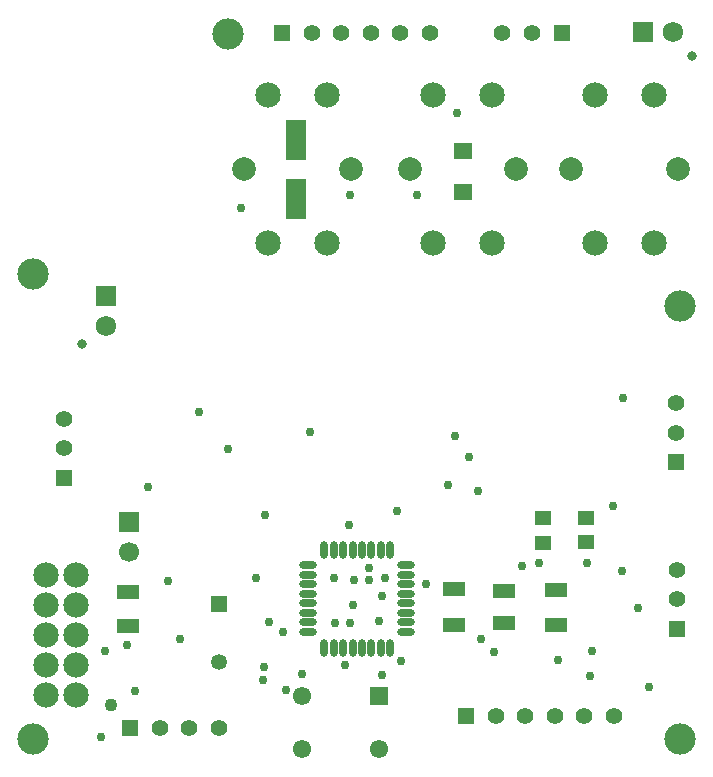
<source format=gbs>
G04*
G04 #@! TF.GenerationSoftware,Altium Limited,Altium Designer,24.1.2 (44)*
G04*
G04 Layer_Color=16711935*
%FSLAX25Y25*%
%MOIN*%
G70*
G04*
G04 #@! TF.SameCoordinates,9647829F-9D65-4518-952E-74710912C15A*
G04*
G04*
G04 #@! TF.FilePolarity,Negative*
G04*
G01*
G75*
%ADD28R,0.07284X0.04921*%
%ADD34R,0.07677X0.05118*%
%ADD36R,0.05315X0.05315*%
%ADD37C,0.05315*%
%ADD38C,0.07874*%
%ADD39C,0.08465*%
%ADD40C,0.06693*%
%ADD41R,0.06693X0.06693*%
%ADD42R,0.06102X0.06102*%
%ADD43C,0.06102*%
%ADD44R,0.05512X0.05512*%
%ADD45C,0.05512*%
%ADD46R,0.05512X0.05512*%
%ADD47R,0.06791X0.06791*%
%ADD48C,0.06791*%
%ADD49C,0.03150*%
%ADD50R,0.06791X0.06791*%
%ADD51C,0.04331*%
%ADD52C,0.10433*%
%ADD53C,0.02953*%
%ADD74R,0.06890X0.13189*%
%ADD75R,0.07598X0.04803*%
%ADD76R,0.05709X0.04921*%
%ADD77R,0.06496X0.05512*%
%ADD78O,0.05906X0.02756*%
%ADD79O,0.02756X0.05906*%
D28*
X41800Y59109D02*
D03*
Y47691D02*
D03*
D34*
X150500Y48194D02*
D03*
Y60006D02*
D03*
X184400Y59805D02*
D03*
Y47994D02*
D03*
D36*
X72200Y55006D02*
D03*
D37*
Y35794D02*
D03*
D38*
X80567Y200000D02*
D03*
X116000D02*
D03*
X189598D02*
D03*
X225032D02*
D03*
X135642D02*
D03*
X171075D02*
D03*
D39*
X108126Y224606D02*
D03*
Y175394D02*
D03*
X88441Y224606D02*
D03*
Y175394D02*
D03*
X217158Y224606D02*
D03*
Y175394D02*
D03*
X197472Y224606D02*
D03*
Y175394D02*
D03*
X163201Y224606D02*
D03*
Y175394D02*
D03*
X143516Y224606D02*
D03*
Y175394D02*
D03*
X14500Y64600D02*
D03*
Y54600D02*
D03*
Y44600D02*
D03*
Y34600D02*
D03*
Y24600D02*
D03*
X24500Y64600D02*
D03*
Y54600D02*
D03*
Y44600D02*
D03*
Y34600D02*
D03*
Y24600D02*
D03*
D40*
X42100Y72300D02*
D03*
D41*
Y82300D02*
D03*
D42*
X125495Y24358D02*
D03*
D43*
X99905D02*
D03*
X125495Y6642D02*
D03*
X99905D02*
D03*
D44*
X154515Y17800D02*
D03*
X186300Y245500D02*
D03*
X93157D02*
D03*
X42515Y13600D02*
D03*
D45*
X164358Y17800D02*
D03*
X174200D02*
D03*
X184043D02*
D03*
X193885D02*
D03*
X203728D02*
D03*
X224867Y56700D02*
D03*
Y66543D02*
D03*
X224600Y112100D02*
D03*
Y121943D02*
D03*
X176457Y245500D02*
D03*
X166615D02*
D03*
X142370D02*
D03*
X132528D02*
D03*
X122685D02*
D03*
X112843D02*
D03*
X103000D02*
D03*
X20600Y107000D02*
D03*
Y116843D02*
D03*
X52357Y13600D02*
D03*
X62200D02*
D03*
X72043D02*
D03*
D46*
X224867Y46858D02*
D03*
X224600Y102258D02*
D03*
X20600Y97158D02*
D03*
D47*
X213600Y245600D02*
D03*
D48*
X223443D02*
D03*
X34300Y147900D02*
D03*
D49*
X229742Y237726D02*
D03*
X26426Y141601D02*
D03*
D50*
X34300Y157743D02*
D03*
D51*
X36216Y21474D02*
D03*
D52*
X10000Y165000D02*
D03*
Y10000D02*
D03*
X225800Y10200D02*
D03*
X225700Y154300D02*
D03*
X75000Y245000D02*
D03*
D53*
X117000Y63000D02*
D03*
X110500Y63700D02*
D03*
X126600Y57900D02*
D03*
X125300Y49400D02*
D03*
X110700Y48800D02*
D03*
X84400Y63900D02*
D03*
X55200Y62800D02*
D03*
X122100Y67200D02*
D03*
X122000Y63000D02*
D03*
X127300Y63900D02*
D03*
X215300Y27300D02*
D03*
X195900Y31200D02*
D03*
X196400Y39500D02*
D03*
X34000Y39400D02*
D03*
X41600Y41500D02*
D03*
X59000Y43500D02*
D03*
X93500Y45900D02*
D03*
X115800Y48600D02*
D03*
X116700Y54600D02*
D03*
X86763Y29700D02*
D03*
X99700Y31700D02*
D03*
X94400Y26400D02*
D03*
X114200Y34800D02*
D03*
X44100Y26000D02*
D03*
X32800Y10900D02*
D03*
X87200Y34100D02*
D03*
X88800Y49200D02*
D03*
X87300Y84800D02*
D03*
X102500Y112400D02*
D03*
X206331Y66069D02*
D03*
X211800Y53600D02*
D03*
X206800Y123800D02*
D03*
X178800Y68800D02*
D03*
X173000Y67800D02*
D03*
X203400Y87900D02*
D03*
X132800Y36200D02*
D03*
X48300Y94100D02*
D03*
X150900Y111200D02*
D03*
X155600Y104200D02*
D03*
X151300Y218900D02*
D03*
X141200Y61600D02*
D03*
X158372Y92900D02*
D03*
X148400Y94900D02*
D03*
X131300Y86200D02*
D03*
X115300Y81300D02*
D03*
X126600Y31500D02*
D03*
X159600Y43400D02*
D03*
X185200Y36500D02*
D03*
X163900Y39200D02*
D03*
X194700Y68800D02*
D03*
X79400Y187200D02*
D03*
X75000Y106900D02*
D03*
X65300Y119000D02*
D03*
X115800Y191500D02*
D03*
X138200D02*
D03*
D74*
X97800Y190157D02*
D03*
Y209843D02*
D03*
D75*
X167100Y59300D02*
D03*
Y48591D02*
D03*
D76*
X180100Y83834D02*
D03*
Y75566D02*
D03*
X194500Y75600D02*
D03*
Y83868D02*
D03*
D77*
X153600Y206091D02*
D03*
Y192509D02*
D03*
D78*
X101861Y45876D02*
D03*
Y49026D02*
D03*
Y52176D02*
D03*
Y55325D02*
D03*
Y58475D02*
D03*
Y61624D02*
D03*
Y64774D02*
D03*
Y67924D02*
D03*
X134539D02*
D03*
Y64774D02*
D03*
Y61624D02*
D03*
Y58475D02*
D03*
Y55325D02*
D03*
Y52176D02*
D03*
Y49026D02*
D03*
Y45876D02*
D03*
D79*
X107176Y73239D02*
D03*
X110326D02*
D03*
X113476D02*
D03*
X116625D02*
D03*
X119775D02*
D03*
X122924D02*
D03*
X126074D02*
D03*
X129224D02*
D03*
Y40561D02*
D03*
X126074D02*
D03*
X122924D02*
D03*
X119775D02*
D03*
X116625D02*
D03*
X113476D02*
D03*
X110326D02*
D03*
X107176D02*
D03*
M02*

</source>
